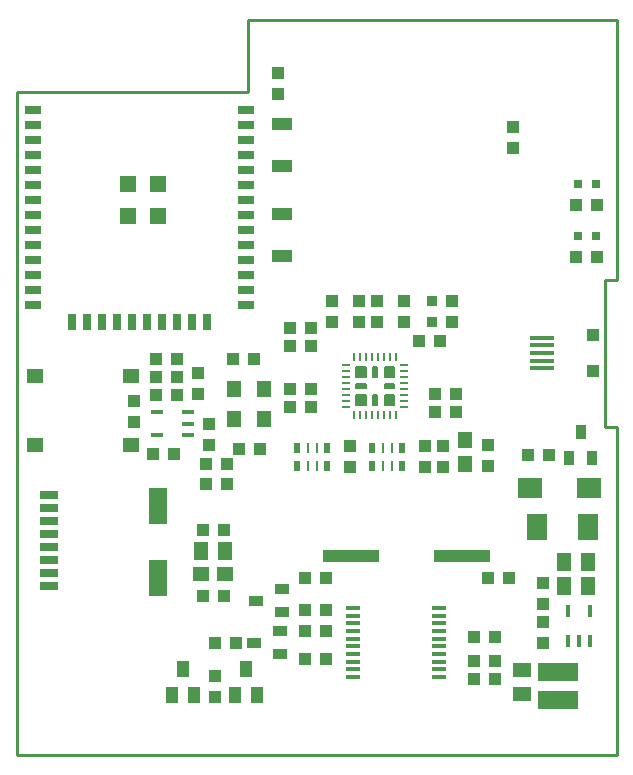
<source format=gbr>
G04 #@! TF.GenerationSoftware,KiCad,Pcbnew,no-vcs-found-36e5906~58~ubuntu16.04.1*
G04 #@! TF.CreationDate,2017-07-11T16:23:02+03:00*
G04 #@! TF.ProjectId,ESP32-GATEWAY_Rev_B,45535033322D474154455741595F5265,A*
G04 #@! TF.SameCoordinates,Original
G04 #@! TF.FileFunction,Paste,Top*
G04 #@! TF.FilePolarity,Positive*
%FSLAX46Y46*%
G04 Gerber Fmt 4.6, Leading zero omitted, Abs format (unit mm)*
G04 Created by KiCad (PCBNEW no-vcs-found-36e5906~58~ubuntu16.04.1) date Tue Jul 11 16:23:02 2017*
%MOMM*%
%LPD*%
G01*
G04 APERTURE LIST*
%ADD10C,0.100000*%
%ADD11C,0.254000*%
%ADD12C,0.200000*%
%ADD13R,1.270000X0.325000*%
%ADD14R,0.230000X0.780000*%
%ADD15R,0.780000X0.230000*%
%ADD16R,0.914400X0.914400*%
%ADD17R,1.435000X0.635000*%
%ADD18R,0.635000X1.435000*%
%ADD19R,1.400000X1.400000*%
%ADD20R,1.500000X3.100000*%
%ADD21R,1.500000X0.800000*%
%ADD22R,1.524000X1.270000*%
%ADD23R,1.016000X1.016000*%
%ADD24R,1.270000X1.524000*%
%ADD25R,1.200000X1.400000*%
%ADD26R,3.398400X1.498400*%
%ADD27R,1.168400X1.422400*%
%ADD28R,1.422400X1.168400*%
%ADD29R,0.800000X0.800000*%
%ADD30R,0.279400X0.914400*%
%ADD31R,0.533400X0.914400*%
%ADD32R,0.448400X1.098400*%
%ADD33R,1.778000X1.016000*%
%ADD34R,2.000000X1.700000*%
%ADD35R,0.898400X1.298400*%
%ADD36R,4.724400X0.998400*%
%ADD37R,1.298400X0.898400*%
%ADD38R,1.098400X0.448400*%
%ADD39R,1.000000X1.400000*%
%ADD40R,1.000000X1.100000*%
%ADD41R,2.150000X0.325000*%
%ADD42R,1.778000X2.286000*%
G04 APERTURE END LIST*
D10*
D11*
X120396000Y-101473000D02*
X120396000Y-129286000D01*
X119380000Y-101473000D02*
X120396000Y-101473000D01*
X119380000Y-89027000D02*
X119380000Y-101473000D01*
X120396000Y-89027000D02*
X119380000Y-89027000D01*
X120396000Y-67056000D02*
X120396000Y-89027000D01*
X120396000Y-67056000D02*
X89154000Y-67056000D01*
X69596000Y-129286000D02*
X120396000Y-129286000D01*
X69596000Y-73152000D02*
X69596000Y-129286000D01*
X89154000Y-73152000D02*
X89154000Y-67056000D01*
X69596000Y-73152000D02*
X89154000Y-73152000D01*
D12*
X101549000Y-97244000D02*
X101549000Y-96444000D01*
X100749000Y-97244000D02*
X101549000Y-97244000D01*
X100749000Y-96444000D02*
X100749000Y-97244000D01*
X101549000Y-96444000D02*
X100749000Y-96444000D01*
X101549000Y-96544000D02*
X100749000Y-96544000D01*
X101549000Y-96644000D02*
X100749000Y-96644000D01*
X101549000Y-96744000D02*
X100749000Y-96744000D01*
X101549000Y-96844000D02*
X100749000Y-96844000D01*
X101549000Y-96944000D02*
X100749000Y-96944000D01*
X101549000Y-97044000D02*
X100749000Y-97044000D01*
X101549000Y-97144000D02*
X100749000Y-97144000D01*
X99149000Y-97144000D02*
X98349000Y-97144000D01*
X99149000Y-97044000D02*
X98349000Y-97044000D01*
X99149000Y-96944000D02*
X98349000Y-96944000D01*
X99149000Y-96844000D02*
X98349000Y-96844000D01*
X99149000Y-96744000D02*
X98349000Y-96744000D01*
X99149000Y-96644000D02*
X98349000Y-96644000D01*
X99149000Y-96544000D02*
X98349000Y-96544000D01*
X99149000Y-96444000D02*
X98349000Y-96444000D01*
X98349000Y-96444000D02*
X98349000Y-97244000D01*
X98349000Y-97244000D02*
X99149000Y-97244000D01*
X99149000Y-97244000D02*
X99149000Y-96444000D01*
X101549000Y-99544000D02*
X100749000Y-99544000D01*
X101549000Y-99444000D02*
X100749000Y-99444000D01*
X101549000Y-99344000D02*
X100749000Y-99344000D01*
X101549000Y-99244000D02*
X100749000Y-99244000D01*
X101549000Y-99144000D02*
X100749000Y-99144000D01*
X101549000Y-99044000D02*
X100749000Y-99044000D01*
X101549000Y-98944000D02*
X100749000Y-98944000D01*
X101549000Y-98844000D02*
X100749000Y-98844000D01*
X100749000Y-98844000D02*
X100749000Y-99644000D01*
X100749000Y-99644000D02*
X101549000Y-99644000D01*
X101549000Y-99644000D02*
X101549000Y-98844000D01*
X99149000Y-99644000D02*
X99149000Y-98844000D01*
X98349000Y-99644000D02*
X99149000Y-99644000D01*
X98349000Y-98844000D02*
X98349000Y-99644000D01*
X99149000Y-98844000D02*
X98349000Y-98844000D01*
X99149000Y-98944000D02*
X98349000Y-98944000D01*
X99149000Y-99044000D02*
X98349000Y-99044000D01*
X99149000Y-99144000D02*
X98349000Y-99144000D01*
X99149000Y-99244000D02*
X98349000Y-99244000D01*
X99149000Y-99344000D02*
X98349000Y-99344000D01*
X99149000Y-99444000D02*
X98349000Y-99444000D01*
X99149000Y-99544000D02*
X98349000Y-99544000D01*
X99749000Y-96444000D02*
X100149000Y-96444000D01*
X99749000Y-97244000D02*
X99749000Y-96444000D01*
X100149000Y-97244000D02*
X99749000Y-97244000D01*
X100149000Y-96444000D02*
X100149000Y-97244000D01*
X100049000Y-96444000D02*
X100049000Y-97244000D01*
X99949000Y-96444000D02*
X99949000Y-97244000D01*
X99849000Y-96444000D02*
X99849000Y-97244000D01*
X99849000Y-98844000D02*
X99849000Y-99644000D01*
X99949000Y-98844000D02*
X99949000Y-99644000D01*
X100049000Y-98844000D02*
X100049000Y-99644000D01*
X100149000Y-98844000D02*
X100149000Y-99644000D01*
X100149000Y-99644000D02*
X99749000Y-99644000D01*
X99749000Y-99644000D02*
X99749000Y-98844000D01*
X99749000Y-98844000D02*
X100149000Y-98844000D01*
X101549000Y-98244000D02*
X101549000Y-97844000D01*
X100749000Y-98244000D02*
X101549000Y-98244000D01*
X100749000Y-97844000D02*
X100749000Y-98244000D01*
X101549000Y-97844000D02*
X100749000Y-97844000D01*
X101549000Y-97944000D02*
X100749000Y-97944000D01*
X100749000Y-98044000D02*
X101549000Y-98044000D01*
X101549000Y-98144000D02*
X100749000Y-98144000D01*
X99149000Y-98144000D02*
X98349000Y-98144000D01*
X98349000Y-98044000D02*
X99149000Y-98044000D01*
X99149000Y-97944000D02*
X98349000Y-97944000D01*
X99149000Y-97844000D02*
X98349000Y-97844000D01*
X98349000Y-97844000D02*
X98349000Y-98244000D01*
X98349000Y-98244000D02*
X99149000Y-98244000D01*
X99149000Y-98244000D02*
X99149000Y-97844000D01*
D13*
X105346500Y-122686000D03*
X105346500Y-122036000D03*
X105346500Y-121386000D03*
X105346500Y-120736000D03*
X105346500Y-120086000D03*
X105346500Y-119436000D03*
X105346500Y-118786000D03*
X105346500Y-118136000D03*
X105346500Y-117486000D03*
X105346500Y-116836000D03*
X98107500Y-116836000D03*
X98107500Y-117486000D03*
X98107500Y-118136000D03*
X98107500Y-118786000D03*
X98107500Y-119436000D03*
X98107500Y-120086000D03*
X98107500Y-120736000D03*
X98107500Y-121386000D03*
X98107500Y-122036000D03*
X98107500Y-122686000D03*
D14*
X98199000Y-95594000D03*
X98699000Y-95594000D03*
X99199000Y-95594000D03*
X99699000Y-95594000D03*
X100199000Y-95594000D03*
X100699000Y-95594000D03*
X101199000Y-95594000D03*
X101699000Y-95594000D03*
D15*
X102399000Y-96294000D03*
X102399000Y-96794000D03*
X102399000Y-97294000D03*
X102399000Y-97794000D03*
X102399000Y-98294000D03*
X102399000Y-98794000D03*
X102399000Y-99294000D03*
X102399000Y-99794000D03*
D14*
X101699000Y-100494000D03*
X101199000Y-100494000D03*
X100699000Y-100494000D03*
X100199000Y-100494000D03*
X99699000Y-100494000D03*
X99199000Y-100494000D03*
X98699000Y-100494000D03*
X98199000Y-100494000D03*
D15*
X97499000Y-99794000D03*
X97499000Y-99294000D03*
X97499000Y-98794000D03*
X97499000Y-98294000D03*
X97499000Y-97794000D03*
X97499000Y-97294000D03*
X97499000Y-96794000D03*
X97499000Y-96294000D03*
D16*
X104775000Y-92583000D03*
X104775000Y-90805000D03*
D17*
X89010000Y-74673000D03*
X89010000Y-75943000D03*
X89010000Y-77213000D03*
X89010000Y-78483000D03*
X89010000Y-79753000D03*
X89010000Y-81023000D03*
X89010000Y-82293000D03*
X89010000Y-83563000D03*
X89010000Y-84833000D03*
X89010000Y-86103000D03*
X89010000Y-87373000D03*
X89010000Y-88643000D03*
X89010000Y-89913000D03*
X89010000Y-91183000D03*
D18*
X85740000Y-92633000D03*
X84470000Y-92633000D03*
X83200000Y-92633000D03*
X81930000Y-92633000D03*
X80660000Y-92633000D03*
X79390000Y-92633000D03*
X78120000Y-92633000D03*
X76850000Y-92633000D03*
X75580000Y-92633000D03*
X74310000Y-92633000D03*
D17*
X71010000Y-91143000D03*
X71010000Y-89873000D03*
X71010000Y-88603000D03*
X71010000Y-87333000D03*
X71010000Y-86063000D03*
X71010000Y-84793000D03*
X71010000Y-83523000D03*
X71010000Y-82253000D03*
X71010000Y-80983000D03*
X71010000Y-79713000D03*
X71010000Y-78443000D03*
X71010000Y-77173000D03*
X71010000Y-75903000D03*
X71010000Y-74633000D03*
D19*
X79011000Y-80949000D03*
X81551000Y-80949000D03*
X79036400Y-83616000D03*
X81576400Y-83616000D03*
D20*
X81577000Y-114275000D03*
X81577000Y-108215000D03*
D21*
X72327000Y-107275000D03*
X72327000Y-108375000D03*
X72327000Y-109475000D03*
X72327000Y-110575000D03*
X72327000Y-111675000D03*
X72327000Y-112775000D03*
X72327000Y-113875000D03*
X72327000Y-114975000D03*
D22*
X112395000Y-122047000D03*
X112395000Y-124079000D03*
D23*
X105664000Y-104902000D03*
X105664000Y-103124000D03*
X104140000Y-104902000D03*
X104140000Y-103124000D03*
D24*
X85217000Y-112014000D03*
X87249000Y-112014000D03*
D23*
X106426000Y-92583000D03*
X106426000Y-90805000D03*
X109474000Y-104775000D03*
X109474000Y-102997000D03*
X97790000Y-104902000D03*
X97790000Y-103124000D03*
X103632000Y-94234000D03*
X105410000Y-94234000D03*
X94488000Y-94615000D03*
X92710000Y-94615000D03*
X94488000Y-99822000D03*
X92710000Y-99822000D03*
X92710000Y-98298000D03*
X94488000Y-98298000D03*
X105029000Y-98679000D03*
X106807000Y-98679000D03*
D25*
X90551000Y-100838000D03*
X90551000Y-98298000D03*
X88011000Y-98298000D03*
X88011000Y-100838000D03*
D26*
X115443000Y-124644000D03*
X115443000Y-122244000D03*
D27*
X107569000Y-104648000D03*
X107569000Y-102616000D03*
D28*
X85217000Y-113919000D03*
X87249000Y-113919000D03*
D29*
X117094000Y-85344000D03*
X118618000Y-85344000D03*
D23*
X83185000Y-95758000D03*
X81407000Y-95758000D03*
X82931000Y-103759000D03*
X81153000Y-103759000D03*
X85852000Y-102997000D03*
X85852000Y-101219000D03*
X91694000Y-71501000D03*
X91694000Y-73279000D03*
X111633000Y-77851000D03*
X111633000Y-76073000D03*
X98552000Y-90805000D03*
X98552000Y-92583000D03*
X85344000Y-115824000D03*
X87122000Y-115824000D03*
X96266000Y-92583000D03*
X96266000Y-90805000D03*
X102362000Y-90805000D03*
X102362000Y-92583000D03*
X100076000Y-92583000D03*
X100076000Y-90805000D03*
X90170000Y-103378000D03*
X88392000Y-103378000D03*
X110109000Y-122809000D03*
X108331000Y-122809000D03*
X87884000Y-95758000D03*
X89662000Y-95758000D03*
X106807000Y-100203000D03*
X105029000Y-100203000D03*
X94488000Y-93091000D03*
X92710000Y-93091000D03*
X110109000Y-121285000D03*
X108331000Y-121285000D03*
X95758000Y-116967000D03*
X93980000Y-116967000D03*
D30*
X94996000Y-104775000D03*
X94234000Y-104775000D03*
X94996000Y-103251000D03*
X94234000Y-103251000D03*
D31*
X95885000Y-104775000D03*
X95885000Y-103251000D03*
X93345000Y-104775000D03*
X93345000Y-103251000D03*
X102235000Y-104775000D03*
X102235000Y-103251000D03*
X99695000Y-104775000D03*
X99695000Y-103251000D03*
D30*
X101346000Y-104775000D03*
X100584000Y-104775000D03*
X101346000Y-103251000D03*
X100584000Y-103251000D03*
D32*
X118171000Y-117064000D03*
X116271000Y-117064000D03*
X118171000Y-119664000D03*
X117221000Y-119664000D03*
X116271000Y-119664000D03*
D23*
X85344000Y-110236000D03*
X87122000Y-110236000D03*
D28*
X71120000Y-97155000D03*
X79248000Y-97155000D03*
X71120000Y-102997000D03*
X79248000Y-102997000D03*
D33*
X92075000Y-86995000D03*
X92075000Y-83439000D03*
X92075000Y-79375000D03*
X92075000Y-75819000D03*
D23*
X93980000Y-114300000D03*
X95758000Y-114300000D03*
X109474000Y-114300000D03*
X111252000Y-114300000D03*
X93980000Y-121158000D03*
X95758000Y-121158000D03*
X108331000Y-119253000D03*
X110109000Y-119253000D03*
X79502000Y-101092000D03*
X79502000Y-99314000D03*
D34*
X113070000Y-106680000D03*
X118070000Y-106680000D03*
D35*
X117345460Y-101894640D03*
X118300500Y-104104440D03*
X116398040Y-104104440D03*
D36*
X97917000Y-112395000D03*
X107315000Y-112395000D03*
D37*
X89829640Y-116207540D03*
X92039440Y-115252500D03*
X92039440Y-117154960D03*
X89702640Y-119763540D03*
X91912440Y-118808500D03*
X91912440Y-120710960D03*
D23*
X114681000Y-103886000D03*
X112903000Y-103886000D03*
X93980000Y-118745000D03*
X95758000Y-118745000D03*
X83185000Y-97282000D03*
X81407000Y-97282000D03*
X81407000Y-98806000D03*
X83185000Y-98806000D03*
X84963000Y-98679000D03*
X84963000Y-96901000D03*
X116967000Y-87122000D03*
X118745000Y-87122000D03*
X114173000Y-119761000D03*
X114173000Y-117983000D03*
X114173000Y-114681000D03*
X114173000Y-116459000D03*
D24*
X117983000Y-112903000D03*
X115951000Y-112903000D03*
X115951000Y-114935000D03*
X117983000Y-114935000D03*
D23*
X86360000Y-119761000D03*
X88138000Y-119761000D03*
D38*
X81504000Y-100269000D03*
X81504000Y-102169000D03*
X84104000Y-100269000D03*
X84104000Y-101219000D03*
X84104000Y-102169000D03*
D39*
X88077000Y-124163000D03*
X89977000Y-124163000D03*
X89027000Y-121963000D03*
X82743000Y-124163000D03*
X84643000Y-124163000D03*
X83693000Y-121963000D03*
D23*
X86360000Y-122555000D03*
X86360000Y-124333000D03*
D40*
X118367000Y-93750000D03*
X118367000Y-96750000D03*
D41*
X114067000Y-93950000D03*
X114067000Y-94600000D03*
X114067000Y-95250000D03*
X114067000Y-95900000D03*
X114067000Y-96550000D03*
D29*
X117094000Y-80899000D03*
X118618000Y-80899000D03*
D23*
X116967000Y-82677000D03*
X118745000Y-82677000D03*
X87376000Y-106299000D03*
X85598000Y-106299000D03*
X85598000Y-104648000D03*
X87376000Y-104648000D03*
D42*
X113647000Y-109982000D03*
X118001000Y-109982000D03*
M02*

</source>
